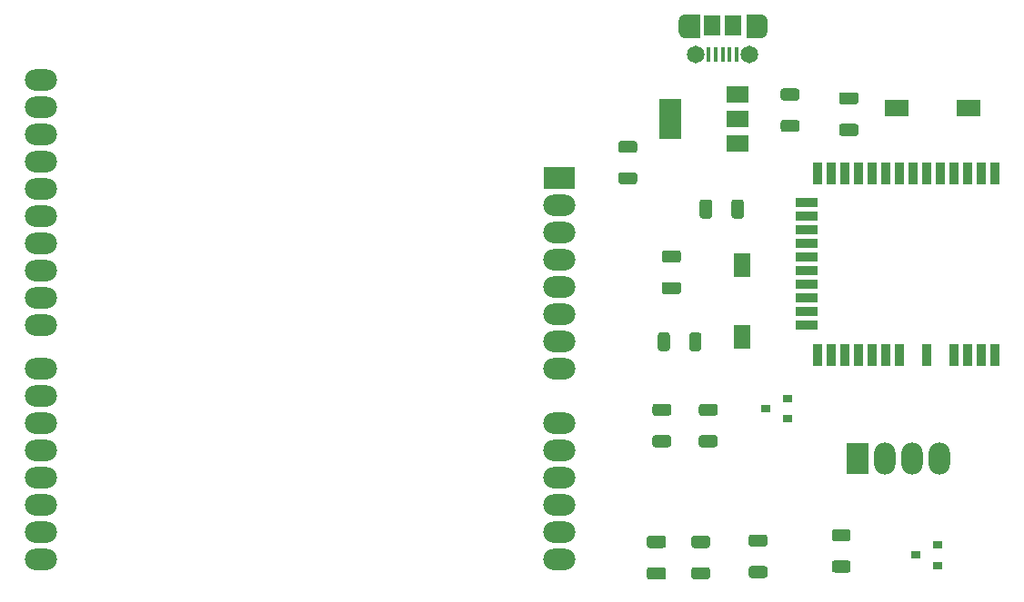
<source format=gts>
G04 #@! TF.GenerationSoftware,KiCad,Pcbnew,(5.1.7)-1*
G04 #@! TF.CreationDate,2021-04-15T13:32:14+02:00*
G04 #@! TF.ProjectId,TestPCB,54657374-5043-4422-9e6b-696361645f70,rev?*
G04 #@! TF.SameCoordinates,Original*
G04 #@! TF.FileFunction,Soldermask,Top*
G04 #@! TF.FilePolarity,Negative*
%FSLAX46Y46*%
G04 Gerber Fmt 4.6, Leading zero omitted, Abs format (unit mm)*
G04 Created by KiCad (PCBNEW (5.1.7)-1) date 2021-04-15 13:32:14*
%MOMM*%
%LPD*%
G01*
G04 APERTURE LIST*
%ADD10C,0.000100*%
%ADD11R,0.900000X2.000000*%
%ADD12R,2.000000X0.900000*%
%ADD13R,0.900000X0.800000*%
%ADD14O,3.000000X2.000000*%
%ADD15R,3.000000X2.000000*%
%ADD16O,2.000000X3.000000*%
%ADD17R,2.000000X3.000000*%
%ADD18O,0.950000X1.900000*%
%ADD19R,1.500000X1.900000*%
%ADD20C,1.650000*%
%ADD21R,0.400000X1.350000*%
%ADD22R,2.000000X1.500000*%
%ADD23R,2.000000X3.800000*%
%ADD24R,2.300000X1.500000*%
%ADD25R,1.500000X2.300000*%
G04 APERTURE END LIST*
D10*
G36*
X180665000Y-69693500D02*
G01*
X179365000Y-69693500D01*
X179365000Y-67593500D01*
X180665000Y-67593500D01*
X180695090Y-67594290D01*
X180725100Y-67596650D01*
X180754950Y-67600580D01*
X180784550Y-67606070D01*
X180813820Y-67613090D01*
X180842680Y-67621640D01*
X180871060Y-67631690D01*
X180898870Y-67643210D01*
X180926040Y-67656171D01*
X180952500Y-67670535D01*
X180978170Y-67686264D01*
X181002980Y-67703315D01*
X181026860Y-67721641D01*
X181049750Y-67741192D01*
X181071590Y-67761914D01*
X181092310Y-67783750D01*
X181111860Y-67806641D01*
X181130180Y-67830523D01*
X181147240Y-67855333D01*
X181162960Y-67881000D01*
X181177330Y-67907455D01*
X181190290Y-67934626D01*
X181201810Y-67962438D01*
X181211860Y-67990815D01*
X181220410Y-68019679D01*
X181227430Y-68048951D01*
X181232920Y-68078550D01*
X181236850Y-68108396D01*
X181239210Y-68138407D01*
X181240000Y-68168500D01*
X181240000Y-69118500D01*
X181239210Y-69148593D01*
X181236850Y-69178604D01*
X181232920Y-69208450D01*
X181227430Y-69238049D01*
X181220410Y-69267321D01*
X181211860Y-69296185D01*
X181201810Y-69324562D01*
X181190290Y-69352374D01*
X181177330Y-69379545D01*
X181162960Y-69406000D01*
X181147240Y-69431667D01*
X181130180Y-69456477D01*
X181111860Y-69480359D01*
X181092310Y-69503250D01*
X181071590Y-69525086D01*
X181049750Y-69545808D01*
X181026860Y-69565359D01*
X181002980Y-69583685D01*
X180978170Y-69600736D01*
X180952500Y-69616465D01*
X180926040Y-69630829D01*
X180898870Y-69643790D01*
X180871060Y-69655310D01*
X180842680Y-69665360D01*
X180813820Y-69673910D01*
X180784550Y-69680930D01*
X180754950Y-69686420D01*
X180725100Y-69690350D01*
X180695090Y-69692710D01*
X180665000Y-69693500D01*
G37*
X180665000Y-69693500D02*
X179365000Y-69693500D01*
X179365000Y-67593500D01*
X180665000Y-67593500D01*
X180695090Y-67594290D01*
X180725100Y-67596650D01*
X180754950Y-67600580D01*
X180784550Y-67606070D01*
X180813820Y-67613090D01*
X180842680Y-67621640D01*
X180871060Y-67631690D01*
X180898870Y-67643210D01*
X180926040Y-67656171D01*
X180952500Y-67670535D01*
X180978170Y-67686264D01*
X181002980Y-67703315D01*
X181026860Y-67721641D01*
X181049750Y-67741192D01*
X181071590Y-67761914D01*
X181092310Y-67783750D01*
X181111860Y-67806641D01*
X181130180Y-67830523D01*
X181147240Y-67855333D01*
X181162960Y-67881000D01*
X181177330Y-67907455D01*
X181190290Y-67934626D01*
X181201810Y-67962438D01*
X181211860Y-67990815D01*
X181220410Y-68019679D01*
X181227430Y-68048951D01*
X181232920Y-68078550D01*
X181236850Y-68108396D01*
X181239210Y-68138407D01*
X181240000Y-68168500D01*
X181240000Y-69118500D01*
X181239210Y-69148593D01*
X181236850Y-69178604D01*
X181232920Y-69208450D01*
X181227430Y-69238049D01*
X181220410Y-69267321D01*
X181211860Y-69296185D01*
X181201810Y-69324562D01*
X181190290Y-69352374D01*
X181177330Y-69379545D01*
X181162960Y-69406000D01*
X181147240Y-69431667D01*
X181130180Y-69456477D01*
X181111860Y-69480359D01*
X181092310Y-69503250D01*
X181071590Y-69525086D01*
X181049750Y-69545808D01*
X181026860Y-69565359D01*
X181002980Y-69583685D01*
X180978170Y-69600736D01*
X180952500Y-69616465D01*
X180926040Y-69630829D01*
X180898870Y-69643790D01*
X180871060Y-69655310D01*
X180842680Y-69665360D01*
X180813820Y-69673910D01*
X180784550Y-69680930D01*
X180754950Y-69686420D01*
X180725100Y-69690350D01*
X180695090Y-69692710D01*
X180665000Y-69693500D01*
G36*
X173665000Y-69693500D02*
G01*
X174965000Y-69693500D01*
X174965000Y-67593500D01*
X173665000Y-67593500D01*
X173634910Y-67594290D01*
X173604900Y-67596650D01*
X173575050Y-67600580D01*
X173545450Y-67606070D01*
X173516180Y-67613090D01*
X173487320Y-67621640D01*
X173458940Y-67631690D01*
X173431130Y-67643210D01*
X173403960Y-67656171D01*
X173377500Y-67670535D01*
X173351830Y-67686264D01*
X173327020Y-67703315D01*
X173303140Y-67721641D01*
X173280250Y-67741192D01*
X173258410Y-67761914D01*
X173237690Y-67783750D01*
X173218140Y-67806641D01*
X173199820Y-67830523D01*
X173182760Y-67855333D01*
X173167040Y-67881000D01*
X173152670Y-67907455D01*
X173139710Y-67934626D01*
X173128190Y-67962438D01*
X173118140Y-67990815D01*
X173109590Y-68019679D01*
X173102570Y-68048951D01*
X173097080Y-68078550D01*
X173093150Y-68108396D01*
X173090790Y-68138407D01*
X173090000Y-68168500D01*
X173090000Y-69118500D01*
X173090790Y-69148593D01*
X173093150Y-69178604D01*
X173097080Y-69208450D01*
X173102570Y-69238049D01*
X173109590Y-69267321D01*
X173118140Y-69296185D01*
X173128190Y-69324562D01*
X173139710Y-69352374D01*
X173152670Y-69379545D01*
X173167040Y-69406000D01*
X173182760Y-69431667D01*
X173199820Y-69456477D01*
X173218140Y-69480359D01*
X173237690Y-69503250D01*
X173258410Y-69525086D01*
X173280250Y-69545808D01*
X173303140Y-69565359D01*
X173327020Y-69583685D01*
X173351830Y-69600736D01*
X173377500Y-69616465D01*
X173403960Y-69630829D01*
X173431130Y-69643790D01*
X173458940Y-69655310D01*
X173487320Y-69665360D01*
X173516180Y-69673910D01*
X173545450Y-69680930D01*
X173575050Y-69686420D01*
X173604900Y-69690350D01*
X173634910Y-69692710D01*
X173665000Y-69693500D01*
G37*
X173665000Y-69693500D02*
X174965000Y-69693500D01*
X174965000Y-67593500D01*
X173665000Y-67593500D01*
X173634910Y-67594290D01*
X173604900Y-67596650D01*
X173575050Y-67600580D01*
X173545450Y-67606070D01*
X173516180Y-67613090D01*
X173487320Y-67621640D01*
X173458940Y-67631690D01*
X173431130Y-67643210D01*
X173403960Y-67656171D01*
X173377500Y-67670535D01*
X173351830Y-67686264D01*
X173327020Y-67703315D01*
X173303140Y-67721641D01*
X173280250Y-67741192D01*
X173258410Y-67761914D01*
X173237690Y-67783750D01*
X173218140Y-67806641D01*
X173199820Y-67830523D01*
X173182760Y-67855333D01*
X173167040Y-67881000D01*
X173152670Y-67907455D01*
X173139710Y-67934626D01*
X173128190Y-67962438D01*
X173118140Y-67990815D01*
X173109590Y-68019679D01*
X173102570Y-68048951D01*
X173097080Y-68078550D01*
X173093150Y-68108396D01*
X173090790Y-68138407D01*
X173090000Y-68168500D01*
X173090000Y-69118500D01*
X173090790Y-69148593D01*
X173093150Y-69178604D01*
X173097080Y-69208450D01*
X173102570Y-69238049D01*
X173109590Y-69267321D01*
X173118140Y-69296185D01*
X173128190Y-69324562D01*
X173139710Y-69352374D01*
X173152670Y-69379545D01*
X173167040Y-69406000D01*
X173182760Y-69431667D01*
X173199820Y-69456477D01*
X173218140Y-69480359D01*
X173237690Y-69503250D01*
X173258410Y-69525086D01*
X173280250Y-69545808D01*
X173303140Y-69565359D01*
X173327020Y-69583685D01*
X173351830Y-69600736D01*
X173377500Y-69616465D01*
X173403960Y-69630829D01*
X173431130Y-69643790D01*
X173458940Y-69655310D01*
X173487320Y-69665360D01*
X173516180Y-69673910D01*
X173545450Y-69680930D01*
X173575050Y-69686420D01*
X173604900Y-69690350D01*
X173634910Y-69692710D01*
X173665000Y-69693500D01*
D11*
X202518000Y-99372500D03*
X201248000Y-99372500D03*
X199978000Y-99372500D03*
X198708000Y-99372500D03*
X196168000Y-99372500D03*
X193628000Y-99372500D03*
X192358000Y-99372500D03*
X191088000Y-99372500D03*
X189818000Y-99372500D03*
X188548000Y-99372500D03*
X187278000Y-99372500D03*
X186008000Y-99372500D03*
D12*
X185008000Y-96587500D03*
X185008000Y-95317500D03*
X185008000Y-94047500D03*
X185008000Y-92777500D03*
X185008000Y-91507500D03*
X185008000Y-90237500D03*
X185008000Y-88967500D03*
X185008000Y-87697500D03*
X185008000Y-86427500D03*
X185008000Y-85157500D03*
D11*
X186008000Y-82372500D03*
X187278000Y-82372500D03*
X188548000Y-82372500D03*
X189818000Y-82372500D03*
X191088000Y-82372500D03*
X192358000Y-82372500D03*
X193628000Y-82372500D03*
X194898000Y-82372500D03*
X196168000Y-82372500D03*
X197438000Y-82372500D03*
X198708000Y-82372500D03*
X199978000Y-82372500D03*
X201248000Y-82372500D03*
X202518000Y-82372500D03*
D13*
X183245000Y-103378000D03*
X183248300Y-105283000D03*
X181145000Y-104330500D03*
X195115000Y-117983000D03*
X197215000Y-118948200D03*
X197215000Y-117017800D03*
D14*
X113665000Y-115824000D03*
X113665000Y-118364000D03*
X113665000Y-78744000D03*
X161925000Y-118364000D03*
X113665000Y-81284000D03*
X161925000Y-115824000D03*
X113665000Y-83824000D03*
X161925000Y-113284000D03*
X113665000Y-86364000D03*
X161925000Y-110744000D03*
X113665000Y-88904000D03*
X161925000Y-108204000D03*
X113665000Y-91444000D03*
X161925000Y-105664000D03*
X113665000Y-93984000D03*
X161925000Y-100584000D03*
X113665000Y-96524000D03*
X161925000Y-98044000D03*
X113665000Y-100584000D03*
X161925000Y-95504000D03*
X113665000Y-103124000D03*
X161925000Y-92964000D03*
X113665000Y-105664000D03*
X161925000Y-90424000D03*
X113665000Y-108204000D03*
X161925000Y-87884000D03*
X113665000Y-110744000D03*
X161925000Y-85344000D03*
X113665000Y-113284000D03*
D15*
X161925000Y-82804000D03*
D14*
X113665000Y-76204000D03*
X113665000Y-73664000D03*
D16*
X197358000Y-108966000D03*
X194818000Y-108966000D03*
X192278000Y-108966000D03*
D17*
X189738000Y-108966000D03*
D18*
X180665000Y-68643500D03*
X173665000Y-68643500D03*
D19*
X178165000Y-68643500D03*
X176165000Y-68643500D03*
D20*
X179665000Y-71343500D03*
X174665000Y-71343500D03*
D21*
X178465000Y-71318500D03*
X177815000Y-71318500D03*
X177165000Y-71318500D03*
X176515000Y-71318500D03*
X175865000Y-71318500D03*
G36*
G01*
X188262499Y-77784000D02*
X189562501Y-77784000D01*
G75*
G02*
X189812500Y-78033999I0J-249999D01*
G01*
X189812500Y-78684001D01*
G75*
G02*
X189562501Y-78934000I-249999J0D01*
G01*
X188262499Y-78934000D01*
G75*
G02*
X188012500Y-78684001I0J249999D01*
G01*
X188012500Y-78033999D01*
G75*
G02*
X188262499Y-77784000I249999J0D01*
G01*
G37*
G36*
G01*
X188262499Y-74834000D02*
X189562501Y-74834000D01*
G75*
G02*
X189812500Y-75083999I0J-249999D01*
G01*
X189812500Y-75734001D01*
G75*
G02*
X189562501Y-75984000I-249999J0D01*
G01*
X188262499Y-75984000D01*
G75*
G02*
X188012500Y-75734001I0J249999D01*
G01*
X188012500Y-75083999D01*
G75*
G02*
X188262499Y-74834000I249999J0D01*
G01*
G37*
G36*
G01*
X167713497Y-82305000D02*
X168963503Y-82305000D01*
G75*
G02*
X169213500Y-82554997I0J-249997D01*
G01*
X169213500Y-83180003D01*
G75*
G02*
X168963503Y-83430000I-249997J0D01*
G01*
X167713497Y-83430000D01*
G75*
G02*
X167463500Y-83180003I0J249997D01*
G01*
X167463500Y-82554997D01*
G75*
G02*
X167713497Y-82305000I249997J0D01*
G01*
G37*
G36*
G01*
X167713497Y-79380000D02*
X168963503Y-79380000D01*
G75*
G02*
X169213500Y-79629997I0J-249997D01*
G01*
X169213500Y-80255003D01*
G75*
G02*
X168963503Y-80505000I-249997J0D01*
G01*
X167713497Y-80505000D01*
G75*
G02*
X167463500Y-80255003I0J249997D01*
G01*
X167463500Y-79629997D01*
G75*
G02*
X167713497Y-79380000I249997J0D01*
G01*
G37*
G36*
G01*
X176456503Y-105018000D02*
X175206497Y-105018000D01*
G75*
G02*
X174956500Y-104768003I0J249997D01*
G01*
X174956500Y-104142997D01*
G75*
G02*
X175206497Y-103893000I249997J0D01*
G01*
X176456503Y-103893000D01*
G75*
G02*
X176706500Y-104142997I0J-249997D01*
G01*
X176706500Y-104768003D01*
G75*
G02*
X176456503Y-105018000I-249997J0D01*
G01*
G37*
G36*
G01*
X176456503Y-107943000D02*
X175206497Y-107943000D01*
G75*
G02*
X174956500Y-107693003I0J249997D01*
G01*
X174956500Y-107067997D01*
G75*
G02*
X175206497Y-106818000I249997J0D01*
G01*
X176456503Y-106818000D01*
G75*
G02*
X176706500Y-107067997I0J-249997D01*
G01*
X176706500Y-107693003D01*
G75*
G02*
X176456503Y-107943000I-249997J0D01*
G01*
G37*
G36*
G01*
X187588997Y-118500000D02*
X188839003Y-118500000D01*
G75*
G02*
X189089000Y-118749997I0J-249997D01*
G01*
X189089000Y-119375003D01*
G75*
G02*
X188839003Y-119625000I-249997J0D01*
G01*
X187588997Y-119625000D01*
G75*
G02*
X187339000Y-119375003I0J249997D01*
G01*
X187339000Y-118749997D01*
G75*
G02*
X187588997Y-118500000I249997J0D01*
G01*
G37*
G36*
G01*
X187588997Y-115575000D02*
X188839003Y-115575000D01*
G75*
G02*
X189089000Y-115824997I0J-249997D01*
G01*
X189089000Y-116450003D01*
G75*
G02*
X188839003Y-116700000I-249997J0D01*
G01*
X187588997Y-116700000D01*
G75*
G02*
X187339000Y-116450003I0J249997D01*
G01*
X187339000Y-115824997D01*
G75*
G02*
X187588997Y-115575000I249997J0D01*
G01*
G37*
G36*
G01*
X179841997Y-119012000D02*
X181092003Y-119012000D01*
G75*
G02*
X181342000Y-119261997I0J-249997D01*
G01*
X181342000Y-119887003D01*
G75*
G02*
X181092003Y-120137000I-249997J0D01*
G01*
X179841997Y-120137000D01*
G75*
G02*
X179592000Y-119887003I0J249997D01*
G01*
X179592000Y-119261997D01*
G75*
G02*
X179841997Y-119012000I249997J0D01*
G01*
G37*
G36*
G01*
X179841997Y-116087000D02*
X181092003Y-116087000D01*
G75*
G02*
X181342000Y-116336997I0J-249997D01*
G01*
X181342000Y-116962003D01*
G75*
G02*
X181092003Y-117212000I-249997J0D01*
G01*
X179841997Y-117212000D01*
G75*
G02*
X179592000Y-116962003I0J249997D01*
G01*
X179592000Y-116336997D01*
G75*
G02*
X179841997Y-116087000I249997J0D01*
G01*
G37*
G36*
G01*
X170888497Y-106816000D02*
X172138503Y-106816000D01*
G75*
G02*
X172388500Y-107065997I0J-249997D01*
G01*
X172388500Y-107691003D01*
G75*
G02*
X172138503Y-107941000I-249997J0D01*
G01*
X170888497Y-107941000D01*
G75*
G02*
X170638500Y-107691003I0J249997D01*
G01*
X170638500Y-107065997D01*
G75*
G02*
X170888497Y-106816000I249997J0D01*
G01*
G37*
G36*
G01*
X170888497Y-103891000D02*
X172138503Y-103891000D01*
G75*
G02*
X172388500Y-104140997I0J-249997D01*
G01*
X172388500Y-104766003D01*
G75*
G02*
X172138503Y-105016000I-249997J0D01*
G01*
X170888497Y-105016000D01*
G75*
G02*
X170638500Y-104766003I0J249997D01*
G01*
X170638500Y-104140997D01*
G75*
G02*
X170888497Y-103891000I249997J0D01*
G01*
G37*
G36*
G01*
X174507997Y-119137000D02*
X175758003Y-119137000D01*
G75*
G02*
X176008000Y-119386997I0J-249997D01*
G01*
X176008000Y-120012003D01*
G75*
G02*
X175758003Y-120262000I-249997J0D01*
G01*
X174507997Y-120262000D01*
G75*
G02*
X174258000Y-120012003I0J249997D01*
G01*
X174258000Y-119386997D01*
G75*
G02*
X174507997Y-119137000I249997J0D01*
G01*
G37*
G36*
G01*
X174507997Y-116212000D02*
X175758003Y-116212000D01*
G75*
G02*
X176008000Y-116461997I0J-249997D01*
G01*
X176008000Y-117087003D01*
G75*
G02*
X175758003Y-117337000I-249997J0D01*
G01*
X174507997Y-117337000D01*
G75*
G02*
X174258000Y-117087003I0J249997D01*
G01*
X174258000Y-116461997D01*
G75*
G02*
X174507997Y-116212000I249997J0D01*
G01*
G37*
G36*
G01*
X175187500Y-97482497D02*
X175187500Y-98732503D01*
G75*
G02*
X174937503Y-98982500I-249997J0D01*
G01*
X174312497Y-98982500D01*
G75*
G02*
X174062500Y-98732503I0J249997D01*
G01*
X174062500Y-97482497D01*
G75*
G02*
X174312497Y-97232500I249997J0D01*
G01*
X174937503Y-97232500D01*
G75*
G02*
X175187500Y-97482497I0J-249997D01*
G01*
G37*
G36*
G01*
X172262500Y-97482497D02*
X172262500Y-98732503D01*
G75*
G02*
X172012503Y-98982500I-249997J0D01*
G01*
X171387497Y-98982500D01*
G75*
G02*
X171137500Y-98732503I0J249997D01*
G01*
X171137500Y-97482497D01*
G75*
G02*
X171387497Y-97232500I249997J0D01*
G01*
X172012503Y-97232500D01*
G75*
G02*
X172262500Y-97482497I0J-249997D01*
G01*
G37*
G36*
G01*
X182826497Y-77415500D02*
X184076503Y-77415500D01*
G75*
G02*
X184326500Y-77665497I0J-249997D01*
G01*
X184326500Y-78290503D01*
G75*
G02*
X184076503Y-78540500I-249997J0D01*
G01*
X182826497Y-78540500D01*
G75*
G02*
X182576500Y-78290503I0J249997D01*
G01*
X182576500Y-77665497D01*
G75*
G02*
X182826497Y-77415500I249997J0D01*
G01*
G37*
G36*
G01*
X182826497Y-74490500D02*
X184076503Y-74490500D01*
G75*
G02*
X184326500Y-74740497I0J-249997D01*
G01*
X184326500Y-75365503D01*
G75*
G02*
X184076503Y-75615500I-249997J0D01*
G01*
X182826497Y-75615500D01*
G75*
G02*
X182576500Y-75365503I0J249997D01*
G01*
X182576500Y-74740497D01*
G75*
G02*
X182826497Y-74490500I249997J0D01*
G01*
G37*
D22*
X178600500Y-79643000D03*
X178600500Y-75043000D03*
X178600500Y-77343000D03*
D23*
X172300500Y-77343000D03*
D24*
X200073000Y-76327000D03*
X193373000Y-76327000D03*
G36*
G01*
X171752499Y-92530500D02*
X173052501Y-92530500D01*
G75*
G02*
X173302500Y-92780499I0J-249999D01*
G01*
X173302500Y-93430501D01*
G75*
G02*
X173052501Y-93680500I-249999J0D01*
G01*
X171752499Y-93680500D01*
G75*
G02*
X171502500Y-93430501I0J249999D01*
G01*
X171502500Y-92780499D01*
G75*
G02*
X171752499Y-92530500I249999J0D01*
G01*
G37*
G36*
G01*
X171752499Y-89580500D02*
X173052501Y-89580500D01*
G75*
G02*
X173302500Y-89830499I0J-249999D01*
G01*
X173302500Y-90480501D01*
G75*
G02*
X173052501Y-90730500I-249999J0D01*
G01*
X171752499Y-90730500D01*
G75*
G02*
X171502500Y-90480501I0J249999D01*
G01*
X171502500Y-89830499D01*
G75*
G02*
X171752499Y-89580500I249999J0D01*
G01*
G37*
G36*
G01*
X177987000Y-86375001D02*
X177987000Y-85074999D01*
G75*
G02*
X178236999Y-84825000I249999J0D01*
G01*
X178887001Y-84825000D01*
G75*
G02*
X179137000Y-85074999I0J-249999D01*
G01*
X179137000Y-86375001D01*
G75*
G02*
X178887001Y-86625000I-249999J0D01*
G01*
X178236999Y-86625000D01*
G75*
G02*
X177987000Y-86375001I0J249999D01*
G01*
G37*
G36*
G01*
X175037000Y-86375001D02*
X175037000Y-85074999D01*
G75*
G02*
X175286999Y-84825000I249999J0D01*
G01*
X175937001Y-84825000D01*
G75*
G02*
X176187000Y-85074999I0J-249999D01*
G01*
X176187000Y-86375001D01*
G75*
G02*
X175937001Y-86625000I-249999J0D01*
G01*
X175286999Y-86625000D01*
G75*
G02*
X175037000Y-86375001I0J249999D01*
G01*
G37*
G36*
G01*
X171655501Y-117337000D02*
X170355499Y-117337000D01*
G75*
G02*
X170105500Y-117087001I0J249999D01*
G01*
X170105500Y-116436999D01*
G75*
G02*
X170355499Y-116187000I249999J0D01*
G01*
X171655501Y-116187000D01*
G75*
G02*
X171905500Y-116436999I0J-249999D01*
G01*
X171905500Y-117087001D01*
G75*
G02*
X171655501Y-117337000I-249999J0D01*
G01*
G37*
G36*
G01*
X171655501Y-120287000D02*
X170355499Y-120287000D01*
G75*
G02*
X170105500Y-120037001I0J249999D01*
G01*
X170105500Y-119386999D01*
G75*
G02*
X170355499Y-119137000I249999J0D01*
G01*
X171655501Y-119137000D01*
G75*
G02*
X171905500Y-119386999I0J-249999D01*
G01*
X171905500Y-120037001D01*
G75*
G02*
X171655501Y-120287000I-249999J0D01*
G01*
G37*
D25*
X179006500Y-97647500D03*
X179006500Y-90947500D03*
M02*

</source>
